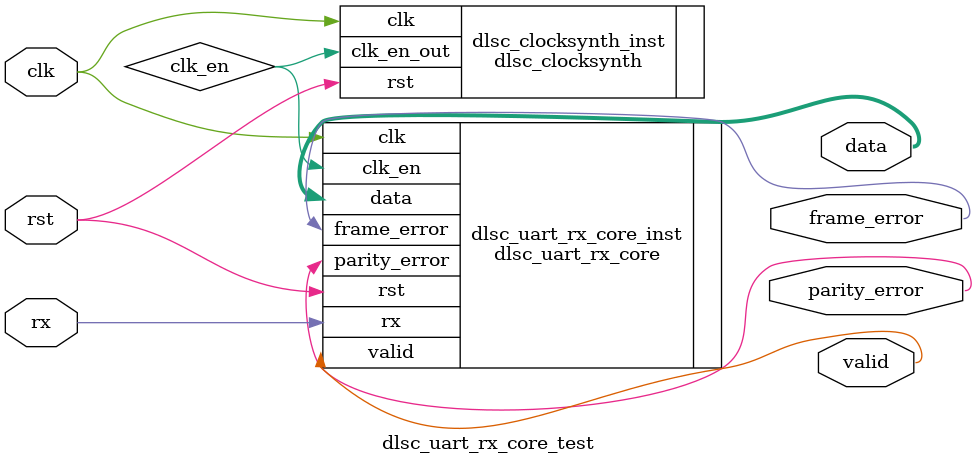
<source format=v>

module dlsc_uart_rx_core_test #(
    parameter START         = 1,
    parameter STOP          = 1,
    parameter DATA          = 8,
    parameter PARITY        = 0,
    parameter OVERSAMPLE    = 16,
    parameter FREQ_IN       = 100000000,
    parameter FREQ_OUT      = 115200
) (
    // system
    input   wire                clk,
    input   wire                rst,

    // uart pins
    input   wire                rx,

    // received data
    output  wire                valid,          // qualifier; asserts for just 1 cycle
    output  wire    [DATA-1:0]  data,           // received data
    output  wire                frame_error,    // start/stop bits incorrect
    output  wire                parity_error    // parity check failed
);

wire clk_en;

dlsc_uart_rx_core #(
    .START          ( START ),
    .STOP           ( STOP ),
    .DATA           ( DATA ),
    .PARITY         ( PARITY ),
    .OVERSAMPLE     ( OVERSAMPLE )
) dlsc_uart_rx_core_inst (
    .clk            ( clk ),
    .clk_en         ( clk_en ),
    .rst            ( rst ),
    .rx             ( rx ),
    .valid          ( valid ),
    .data           ( data ),
    .frame_error    ( frame_error ),
    .parity_error   ( parity_error )
);

dlsc_clocksynth #(
    .FREQ_IN        ( FREQ_IN ),
    .FREQ_OUT       ( FREQ_OUT*OVERSAMPLE )
) dlsc_clocksynth_inst (
    .clk            ( clk ),
    .rst            ( rst ),
    .clk_en_out     ( clk_en )
);


endmodule


</source>
